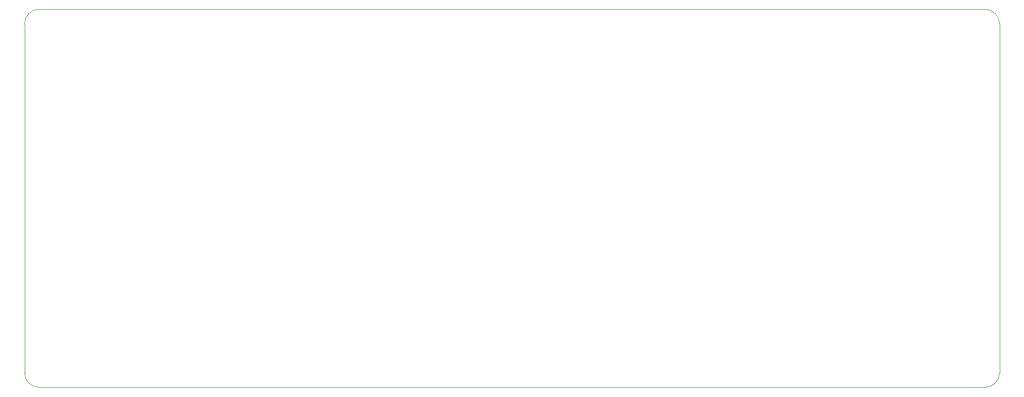
<source format=gbr>
%TF.GenerationSoftware,KiCad,Pcbnew,5.1.7*%
%TF.CreationDate,2020-11-18T18:26:48+01:00*%
%TF.ProjectId,8bitCpu,38626974-4370-4752-9e6b-696361645f70,rev?*%
%TF.SameCoordinates,Original*%
%TF.FileFunction,Profile,NP*%
%FSLAX46Y46*%
G04 Gerber Fmt 4.6, Leading zero omitted, Abs format (unit mm)*
G04 Created by KiCad (PCBNEW 5.1.7) date 2020-11-18 18:26:48*
%MOMM*%
%LPD*%
G01*
G04 APERTURE LIST*
%TA.AperFunction,Profile*%
%ADD10C,0.050000*%
%TD*%
G04 APERTURE END LIST*
D10*
X213360000Y-34290000D02*
X48260000Y-34290000D01*
X215900000Y-97790000D02*
X215900000Y-36830000D01*
X48260000Y-100330000D02*
X213360000Y-100330000D01*
X45720000Y-36830000D02*
X45720000Y-97790000D01*
X48260000Y-100330000D02*
G75*
G02*
X45720000Y-97790000I0J2540000D01*
G01*
X45720000Y-36830000D02*
G75*
G02*
X48260000Y-34290000I2540000J0D01*
G01*
X213360000Y-34290000D02*
G75*
G02*
X215900000Y-36830000I0J-2540000D01*
G01*
X215900000Y-97790000D02*
G75*
G02*
X213360000Y-100330000I-2540000J0D01*
G01*
M02*

</source>
